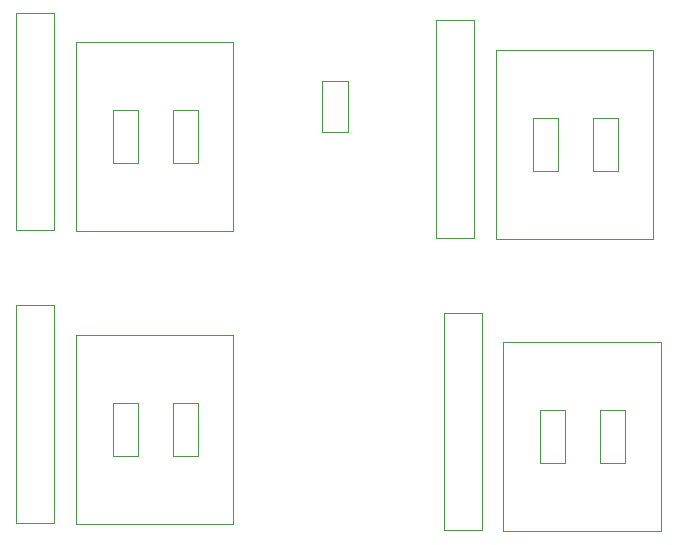
<source format=gbr>
G04 #@! TF.FileFunction,Other,User*
%FSLAX46Y46*%
G04 Gerber Fmt 4.6, Leading zero omitted, Abs format (unit mm)*
G04 Created by KiCad (PCBNEW 4.0.7) date 12/12/18 08:01:04*
%MOMM*%
%LPD*%
G01*
G04 APERTURE LIST*
%ADD10C,0.100000*%
%ADD11C,0.050000*%
%ADD12C,0.120000*%
G04 APERTURE END LIST*
D10*
D11*
X146355000Y-103775000D02*
X146355000Y-108875000D01*
X146355000Y-108875000D02*
X149555000Y-108875000D01*
X149555000Y-108875000D02*
X149555000Y-103775000D01*
X146355000Y-90475000D02*
X146355000Y-103775000D01*
X149555000Y-103775000D02*
X149555000Y-90475000D01*
X149555000Y-90475000D02*
X146355000Y-90475000D01*
X110160000Y-103140000D02*
X110160000Y-108240000D01*
X110160000Y-108240000D02*
X113360000Y-108240000D01*
X113360000Y-108240000D02*
X113360000Y-103140000D01*
X110160000Y-89840000D02*
X110160000Y-103140000D01*
X113360000Y-103140000D02*
X113360000Y-89840000D01*
X113360000Y-89840000D02*
X110160000Y-89840000D01*
X145720000Y-79010000D02*
X145720000Y-84110000D01*
X145720000Y-84110000D02*
X148920000Y-84110000D01*
X148920000Y-84110000D02*
X148920000Y-79010000D01*
X145720000Y-65710000D02*
X145720000Y-79010000D01*
X148920000Y-79010000D02*
X148920000Y-65710000D01*
X148920000Y-65710000D02*
X145720000Y-65710000D01*
X110160000Y-78375000D02*
X110160000Y-83475000D01*
X110160000Y-83475000D02*
X113360000Y-83475000D01*
X113360000Y-83475000D02*
X113360000Y-78375000D01*
X110160000Y-65075000D02*
X110160000Y-78375000D01*
X113360000Y-78375000D02*
X113360000Y-65075000D01*
X113360000Y-65075000D02*
X110160000Y-65075000D01*
X120430000Y-73315000D02*
X120430000Y-77815000D01*
X120430000Y-73315000D02*
X118330000Y-73315000D01*
X118330000Y-77815000D02*
X120430000Y-77815000D01*
X118330000Y-77815000D02*
X118330000Y-73315000D01*
X125510000Y-73315000D02*
X125510000Y-77815000D01*
X125510000Y-73315000D02*
X123410000Y-73315000D01*
X123410000Y-77815000D02*
X125510000Y-77815000D01*
X123410000Y-77815000D02*
X123410000Y-73315000D01*
X155990000Y-73950000D02*
X155990000Y-78450000D01*
X155990000Y-73950000D02*
X153890000Y-73950000D01*
X153890000Y-78450000D02*
X155990000Y-78450000D01*
X153890000Y-78450000D02*
X153890000Y-73950000D01*
X161070000Y-73950000D02*
X161070000Y-78450000D01*
X161070000Y-73950000D02*
X158970000Y-73950000D01*
X158970000Y-78450000D02*
X161070000Y-78450000D01*
X158970000Y-78450000D02*
X158970000Y-73950000D01*
D12*
X115189000Y-67564000D02*
X128524000Y-67564000D01*
X128524000Y-67564000D02*
X128524000Y-83566000D01*
X128524000Y-83566000D02*
X115316000Y-83566000D01*
X115316000Y-83566000D02*
X115189000Y-83566000D01*
X115189000Y-83566000D02*
X115189000Y-67564000D01*
X150749000Y-68199000D02*
X164084000Y-68199000D01*
X164084000Y-68199000D02*
X164084000Y-84201000D01*
X164084000Y-84201000D02*
X150876000Y-84201000D01*
X150876000Y-84201000D02*
X150749000Y-84201000D01*
X150749000Y-84201000D02*
X150749000Y-68199000D01*
D11*
X136050000Y-75175000D02*
X136050000Y-70875000D01*
X136050000Y-75175000D02*
X138260000Y-75175000D01*
X138260000Y-70875000D02*
X136050000Y-70875000D01*
X138260000Y-70875000D02*
X138260000Y-75175000D01*
X120430000Y-98080000D02*
X120430000Y-102580000D01*
X120430000Y-98080000D02*
X118330000Y-98080000D01*
X118330000Y-102580000D02*
X120430000Y-102580000D01*
X118330000Y-102580000D02*
X118330000Y-98080000D01*
X125510000Y-98080000D02*
X125510000Y-102580000D01*
X125510000Y-98080000D02*
X123410000Y-98080000D01*
X123410000Y-102580000D02*
X125510000Y-102580000D01*
X123410000Y-102580000D02*
X123410000Y-98080000D01*
D12*
X115189000Y-92329000D02*
X128524000Y-92329000D01*
X128524000Y-92329000D02*
X128524000Y-108331000D01*
X128524000Y-108331000D02*
X115316000Y-108331000D01*
X115316000Y-108331000D02*
X115189000Y-108331000D01*
X115189000Y-108331000D02*
X115189000Y-92329000D01*
D11*
X156625000Y-98715000D02*
X156625000Y-103215000D01*
X156625000Y-98715000D02*
X154525000Y-98715000D01*
X154525000Y-103215000D02*
X156625000Y-103215000D01*
X154525000Y-103215000D02*
X154525000Y-98715000D01*
X161705000Y-98715000D02*
X161705000Y-103215000D01*
X161705000Y-98715000D02*
X159605000Y-98715000D01*
X159605000Y-103215000D02*
X161705000Y-103215000D01*
X159605000Y-103215000D02*
X159605000Y-98715000D01*
D12*
X151384000Y-92964000D02*
X164719000Y-92964000D01*
X164719000Y-92964000D02*
X164719000Y-108966000D01*
X164719000Y-108966000D02*
X151511000Y-108966000D01*
X151511000Y-108966000D02*
X151384000Y-108966000D01*
X151384000Y-108966000D02*
X151384000Y-92964000D01*
M02*

</source>
